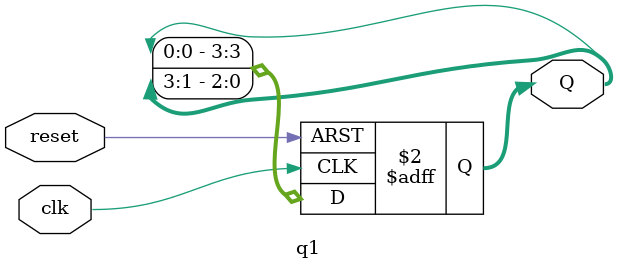
<source format=v>
module q1(reset, clk, Q);
	input clk, reset;
	output reg [3:0]Q;
	always @(posedge clk or posedge reset)
	begin
		if (reset)
			Q <= 4'b1000;
		else
		begin
			Q[3] <= Q[0];
			Q[2] <= Q[3];
			Q[1] <= Q[2];
			Q[0] <= Q[1];
		end
	end
endmodule

</source>
